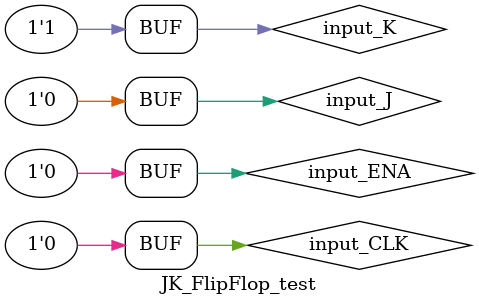
<source format=v>
`timescale 1ns / 1ps


module JK_FlipFlop_test;

	// Inputs
	reg input_J;
	reg input_K;
	reg input_CLK;
	reg input_ENA;

	// Instantiate the Unit Under Test (UUT)
	JK_FlipFlop uut (
		.input_J(input_J), 
		.input_K(input_K), 
		.input_CLK(input_CLK), 
		.input_ENA(input_ENA), 
		.output_QH(output_QH), 
		.output_QL(output_QL)
	);

	initial begin
		// Initialize Inputs
		input_J = 0;input_K = 0;input_CLK=0;input_ENA=0;#45;
		input_ENA=1;#10;
		input_ENA=0;#45;
		
		input_J = 1;input_K = 0;input_CLK=0;#45;
		input_J = 1;input_K = 0;input_CLK=1;#10;
		input_J = 1;input_K = 0;input_CLK=0;#45;
		
		input_J = 1;input_K = 1;input_CLK=0;#45;
		input_J = 1;input_K = 1;input_CLK=1;#10;
		input_J = 1;input_K = 1;input_CLK=0;#45;
		
		input_J = 0;input_K = 0;input_CLK=0;#45;
		input_J = 0;input_K = 0;input_CLK=1;#10;
		input_J = 0;input_K = 0;input_CLK=0;#45;
		
		input_J = 1;input_K = 0;input_CLK=0;#45;
		input_J = 1;input_K = 0;input_CLK=1;#10;
		input_J = 1;input_K = 0;input_CLK=0;#45;
		
		input_J = 0;input_K = 1;input_CLK=0;#45;
		input_J = 0;input_K = 1;input_CLK=1;#10;
		input_J = 0;input_K = 1;input_CLK=0;#45;

	end
      
endmodule


</source>
